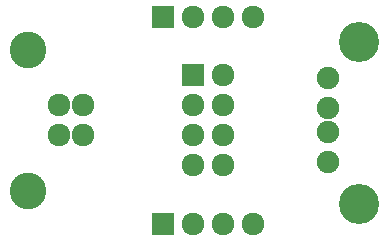
<source format=gbs>
G04 (created by PCBNEW (2013-05-16 BZR 4016)-stable) date 6/1/2013 11:24:41 AM*
%MOIN*%
G04 Gerber Fmt 3.4, Leading zero omitted, Abs format*
%FSLAX34Y34*%
G01*
G70*
G90*
G04 APERTURE LIST*
%ADD10C,0.00393701*%
%ADD11C,0.075748*%
%ADD12C,0.122048*%
%ADD13C,0.074848*%
%ADD14C,0.133848*%
%ADD15R,0.075748X0.075748*%
G04 APERTURE END LIST*
G54D10*
G54D11*
X53350Y-41000D03*
X53350Y-40000D03*
X52563Y-40000D03*
X52563Y-41000D03*
G54D12*
X51500Y-42862D03*
X51500Y-38138D03*
G54D13*
X61500Y-39100D03*
X61500Y-40100D03*
X61500Y-40900D03*
X61500Y-41900D03*
G54D14*
X62550Y-37900D03*
X62550Y-43300D03*
G54D15*
X57000Y-39000D03*
G54D11*
X58000Y-39000D03*
X57000Y-40000D03*
X58000Y-40000D03*
X57000Y-41000D03*
X58000Y-41000D03*
X57000Y-42000D03*
X58000Y-42000D03*
G54D15*
X56000Y-37050D03*
G54D11*
X57000Y-37050D03*
X58000Y-37050D03*
X59000Y-37050D03*
G54D15*
X56000Y-43950D03*
G54D11*
X57000Y-43950D03*
X58000Y-43950D03*
X59000Y-43950D03*
M02*

</source>
